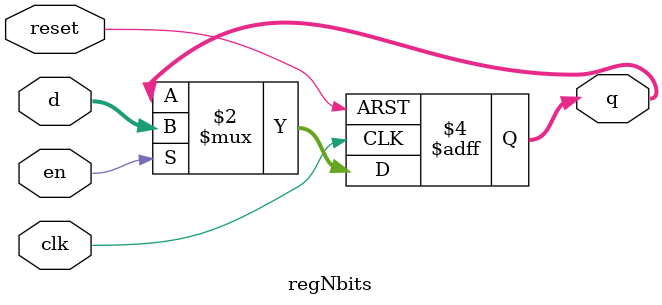
<source format=v>
module regNbits
# ( parameter N = 4) 
(
    input wire clk,
    input wire reset,
    input wire en,
    input wire [N-1:0] d,
    output reg [N-1:0] q
);

always @(posedge clk, posedge reset) 
begin
    if(reset)
        q <= 0;
    else if(en)
        q <= d;
end

endmodule
</source>
